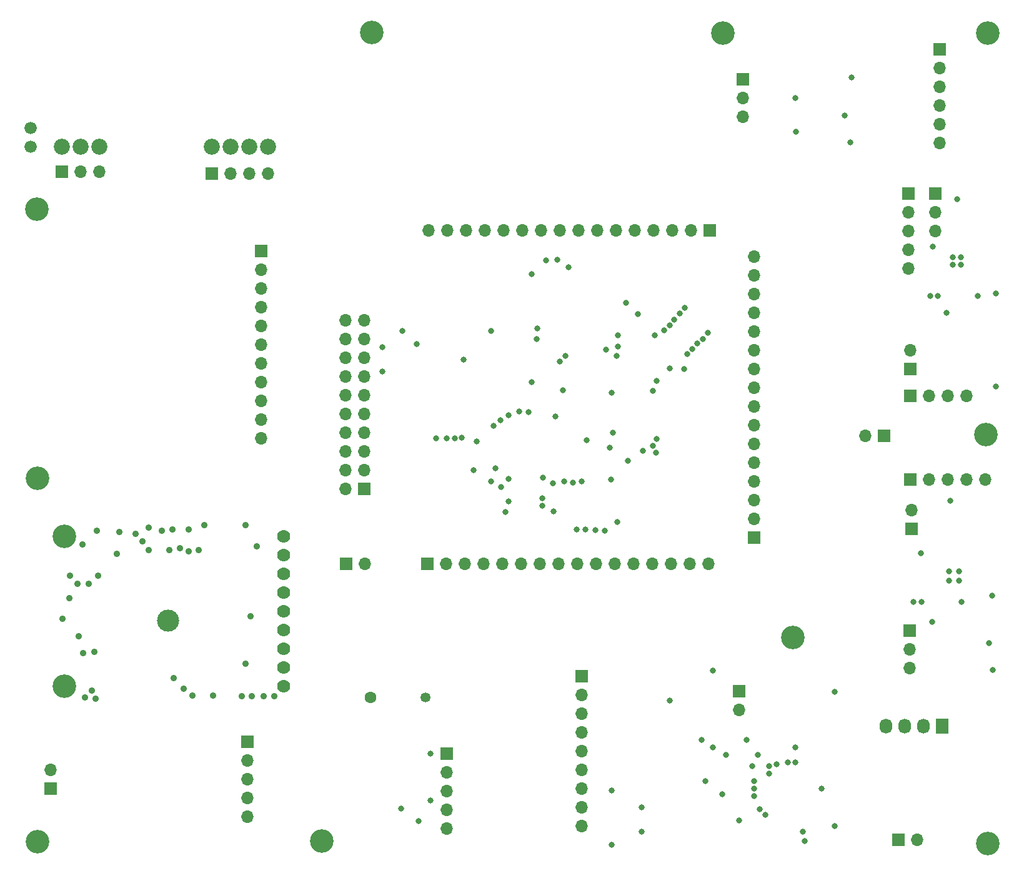
<source format=gbr>
G04 #@! TF.GenerationSoftware,KiCad,Pcbnew,5.0.1-33cea8e~68~ubuntu16.04.1*
G04 #@! TF.CreationDate,2018-10-29T01:45:26-07:00*
G04 #@! TF.ProjectId,integrated-board-design-1,696E74656772617465642D626F617264,rev?*
G04 #@! TF.SameCoordinates,Original*
G04 #@! TF.FileFunction,Copper,L3,Inr,Plane*
G04 #@! TF.FilePolarity,Positive*
%FSLAX46Y46*%
G04 Gerber Fmt 4.6, Leading zero omitted, Abs format (unit mm)*
G04 Created by KiCad (PCBNEW 5.0.1-33cea8e~68~ubuntu16.04.1) date Mon 29 Oct 2018 01:45:26 AM PDT*
%MOMM*%
%LPD*%
G01*
G04 APERTURE LIST*
G04 #@! TA.AperFunction,WasherPad*
%ADD10C,3.000000*%
G04 #@! TD*
G04 #@! TA.AperFunction,ViaPad*
%ADD11C,2.184400*%
G04 #@! TD*
G04 #@! TA.AperFunction,ViaPad*
%ADD12R,1.730000X2.030000*%
G04 #@! TD*
G04 #@! TA.AperFunction,ViaPad*
%ADD13O,1.730000X2.030000*%
G04 #@! TD*
G04 #@! TA.AperFunction,ViaPad*
%ADD14C,3.200000*%
G04 #@! TD*
G04 #@! TA.AperFunction,ViaPad*
%ADD15R,1.700000X1.700000*%
G04 #@! TD*
G04 #@! TA.AperFunction,ViaPad*
%ADD16O,1.700000X1.700000*%
G04 #@! TD*
G04 #@! TA.AperFunction,WasherPad*
%ADD17C,1.350000*%
G04 #@! TD*
G04 #@! TA.AperFunction,WasherPad*
%ADD18C,1.600000*%
G04 #@! TD*
G04 #@! TA.AperFunction,ViaPad*
%ADD19C,1.778000*%
G04 #@! TD*
G04 #@! TA.AperFunction,ViaPad*
%ADD20C,0.800000*%
G04 #@! TD*
G04 #@! TA.AperFunction,ViaPad*
%ADD21C,0.906400*%
G04 #@! TD*
G04 #@! TA.AperFunction,ViaPad*
%ADD22C,1.676400*%
G04 #@! TD*
G04 APERTURE END LIST*
D10*
G04 #@! TO.N,*
G04 #@! TO.C,U1*
X78551015Y-109964309D03*
G04 #@! TD*
D11*
G04 #@! TO.N,GND*
G04 #@! TO.C,U$2*
X64143410Y-45694861D03*
X89543410Y-45694861D03*
G04 #@! TO.N,VCC*
X87003410Y-45694861D03*
G04 #@! TO.N,/D4*
X84463410Y-45694861D03*
G04 #@! TO.N,/D3*
X92083410Y-45694861D03*
G04 #@! TO.N,GND*
X69223410Y-45694861D03*
G04 #@! TO.N,PB4*
X66683410Y-45694861D03*
G04 #@! TD*
D12*
G04 #@! TO.N,/CSB*
G04 #@! TO.C,*
X183479203Y-124248068D03*
D13*
G04 #@! TO.N,/SDO*
X180939203Y-124248068D03*
G04 #@! TO.N,/SDI*
X178399203Y-124248068D03*
G04 #@! TO.N,/SCLK*
X175859203Y-124248068D03*
G04 #@! TD*
D14*
G04 #@! TO.N,N/C*
G04 #@! TO.C,U$8*
X60875000Y-139950000D03*
G04 #@! TD*
G04 #@! TO.N,N/C*
G04 #@! TO.C,U$8*
X60900000Y-90650000D03*
G04 #@! TD*
G04 #@! TO.N,N/C*
G04 #@! TO.C,U$8*
X153775000Y-30275000D03*
G04 #@! TD*
G04 #@! TO.N,N/C*
G04 #@! TO.C,U$8*
X106175000Y-30200000D03*
G04 #@! TD*
G04 #@! TO.N,N/C*
G04 #@! TO.C,U$8*
X99350000Y-139800000D03*
G04 #@! TD*
G04 #@! TO.N,N/C*
G04 #@! TO.C,U$8*
X189350000Y-84750000D03*
G04 #@! TD*
G04 #@! TO.N,N/C*
G04 #@! TO.C,U$9*
X163250000Y-112200000D03*
G04 #@! TD*
G04 #@! TO.N,N/C*
G04 #@! TO.C,U$9*
X60750000Y-54175000D03*
G04 #@! TD*
G04 #@! TO.N,N/C*
G04 #@! TO.C,U$9*
X189625000Y-30275000D03*
G04 #@! TD*
G04 #@! TO.N,N/C*
G04 #@! TO.C,U$8*
X189675000Y-140150000D03*
G04 #@! TD*
D15*
G04 #@! TO.N,Net-(J2-Pad1)*
G04 #@! TO.C,J9*
X91146480Y-59844400D03*
D16*
G04 #@! TO.N,Net-(J2-Pad2)*
X91146480Y-62384400D03*
G04 #@! TO.N,Net-(J2-Pad3)*
X91146480Y-64924400D03*
G04 #@! TO.N,Net-(J2-Pad4)*
X91146480Y-67464400D03*
G04 #@! TO.N,Net-(J2-Pad5)*
X91146480Y-70004400D03*
G04 #@! TO.N,Net-(J2-Pad6)*
X91146480Y-72544400D03*
G04 #@! TO.N,Net-(J2-Pad7)*
X91146480Y-75084400D03*
G04 #@! TO.N,Net-(J2-Pad8)*
X91146480Y-77624400D03*
G04 #@! TO.N,Net-(J2-Pad10)*
X91146480Y-80164400D03*
G04 #@! TO.N,Net-(J2-Pad9)*
X91146480Y-82704400D03*
G04 #@! TO.N,Net-(J2-Pad11)*
X91146480Y-85244400D03*
G04 #@! TD*
D15*
G04 #@! TO.N,Net-(C16-Pad2)*
G04 #@! TO.C,J10*
X179297020Y-97477940D03*
D16*
G04 #@! TO.N,Net-(C21-Pad1)*
X179297020Y-94937940D03*
G04 #@! TD*
D15*
G04 #@! TO.N,Net-(C16-Pad1)*
G04 #@! TO.C,J7*
X175600000Y-84875000D03*
D16*
G04 #@! TO.N,Net-(C16-Pad2)*
X173060000Y-84875000D03*
G04 #@! TD*
D15*
G04 #@! TO.N,Net-(C16-Pad2)*
G04 #@! TO.C,J8*
X179175000Y-75825000D03*
D16*
G04 #@! TO.N,Net-(C18-Pad1)*
X179175000Y-73285000D03*
G04 #@! TD*
D15*
G04 #@! TO.N,Net-(C16-Pad2)*
G04 #@! TO.C,J13*
X179175000Y-79475000D03*
D16*
X181715000Y-79475000D03*
X184255000Y-79475000D03*
X186795000Y-79475000D03*
G04 #@! TD*
D15*
G04 #@! TO.N,Net-(C21-Pad1)*
G04 #@! TO.C,J14*
X179124300Y-90802820D03*
D16*
X181664300Y-90802820D03*
X184204300Y-90802820D03*
X186744300Y-90802820D03*
X189284300Y-90802820D03*
G04 #@! TD*
D15*
G04 #@! TO.N,Net-(C16-Pad2)*
G04 #@! TO.C,J12*
X179050640Y-111282840D03*
D16*
X179050640Y-113822840D03*
X179050640Y-116362840D03*
G04 #@! TD*
D15*
G04 #@! TO.N,+3V3*
G04 #@! TO.C,*
X177519203Y-139648068D03*
D16*
G04 #@! TO.N,GND*
X180059203Y-139648068D03*
G04 #@! TD*
G04 #@! TO.N,GND*
G04 #@! TO.C,JP2*
X116300080Y-138129560D03*
G04 #@! TO.N,VCC*
X116300080Y-135589560D03*
G04 #@! TO.N,/SDA*
X116300080Y-133049560D03*
G04 #@! TO.N,/SCL*
X116300080Y-130509560D03*
D15*
G04 #@! TO.N,/SQW*
X116300080Y-127969560D03*
G04 #@! TD*
D17*
G04 #@! TO.N,*
G04 #@! TO.C,B1*
X113450080Y-120349560D03*
D18*
X106000080Y-120349560D03*
G04 #@! TD*
D15*
G04 #@! TO.N,Net-(C1-Pad2)*
G04 #@! TO.C,J2*
X155983300Y-119549160D03*
D16*
G04 #@! TO.N,Net-(C1-Pad1)*
X155983300Y-122089160D03*
G04 #@! TD*
D15*
G04 #@! TO.N,Net-(J1-Pad1)*
G04 #@! TO.C,J1*
X134648301Y-117514161D03*
D16*
G04 #@! TO.N,Net-(J1-Pad2)*
X134648301Y-120054161D03*
G04 #@! TO.N,Net-(D2-Pad1)*
X134648301Y-122594161D03*
G04 #@! TO.N,Net-(D1-Pad1)*
X134648301Y-125134161D03*
G04 #@! TO.N,Net-(J1-Pad5)*
X134648301Y-127674161D03*
G04 #@! TO.N,Net-(J1-Pad6)*
X134648301Y-130214161D03*
G04 #@! TO.N,Net-(J1-Pad7)*
X134648301Y-132754161D03*
G04 #@! TO.N,Net-(J1-Pad8)*
X134648301Y-135294161D03*
G04 #@! TO.N,Net-(J1-Pad9)*
X134648301Y-137834161D03*
G04 #@! TD*
D15*
G04 #@! TO.N,GND*
G04 #@! TO.C,J1*
X156441000Y-36518000D03*
D16*
G04 #@! TO.N,VDD*
X156441000Y-39058000D03*
G04 #@! TO.N,VDDIO*
X156441000Y-41598000D03*
G04 #@! TD*
D15*
G04 #@! TO.N,INT*
G04 #@! TO.C,J2*
X183111000Y-32454000D03*
D16*
G04 #@! TO.N,FSYNC*
X183111000Y-34994000D03*
G04 #@! TO.N,nCS*
X183111000Y-37534000D03*
G04 #@! TO.N,SCL*
X183111000Y-40074000D03*
G04 #@! TO.N,SDA*
X183111000Y-42614000D03*
G04 #@! TO.N,AD0*
X183111000Y-45154000D03*
G04 #@! TD*
D15*
G04 #@! TO.N,GND*
G04 #@! TO.C,REF\002A\002A*
X64125000Y-49050000D03*
D16*
G04 #@! TO.N,PB4*
X66665000Y-49050000D03*
G04 #@! TO.N,GND*
X69205000Y-49050000D03*
G04 #@! TD*
D15*
G04 #@! TO.N,/D4*
G04 #@! TO.C,REF\002A\002A*
X84500000Y-49350000D03*
D16*
G04 #@! TO.N,VCC*
X87040000Y-49350000D03*
G04 #@! TO.N,GND*
X89580000Y-49350000D03*
G04 #@! TO.N,/D3*
X92120000Y-49350000D03*
G04 #@! TD*
G04 #@! TO.N,Net-(C18-Pad1)*
G04 #@! TO.C,J20*
X182500000Y-57080000D03*
X182500000Y-54540000D03*
D15*
X182500000Y-52000000D03*
G04 #@! TD*
D16*
G04 #@! TO.N,Net-(C18-Pad1)*
G04 #@! TO.C,J21*
X178850000Y-62160000D03*
X178850000Y-59620000D03*
X178850000Y-57080000D03*
X178850000Y-54540000D03*
D15*
X178850000Y-52000000D03*
G04 #@! TD*
D14*
G04 #@! TO.N,N/C*
G04 #@! TO.C,U$8*
X64527015Y-118816309D03*
G04 #@! TD*
G04 #@! TO.N,N/C*
G04 #@! TO.C,U$9*
X64527015Y-98496309D03*
G04 #@! TD*
D19*
G04 #@! TO.N,3.3V*
G04 #@! TO.C,JP1*
X94245015Y-118816309D03*
G04 #@! TO.N,/ENABLE*
X94245015Y-116276309D03*
G04 #@! TO.N,/VBACKUP*
X94245015Y-113736309D03*
G04 #@! TO.N,/FIX*
X94245015Y-111196309D03*
G04 #@! TO.N,/TX*
X94245015Y-108656309D03*
G04 #@! TO.N,/RX*
X94245015Y-106116309D03*
G04 #@! TO.N,GND*
X94245015Y-103576309D03*
G04 #@! TO.N,VIN*
X94245015Y-101036309D03*
G04 #@! TO.N,/1PPS*
X94245015Y-98496309D03*
G04 #@! TD*
D15*
G04 #@! TO.N,Net-(J1-Pad1)*
G04 #@! TO.C,J1*
X62600000Y-132705000D03*
D16*
G04 #@! TO.N,Net-(J1-Pad2)*
X62600000Y-130165000D03*
G04 #@! TD*
D15*
G04 #@! TO.N,+3V3*
G04 #@! TO.C,J2*
X89270000Y-126355000D03*
D16*
G04 #@! TO.N,Net-(C2-Pad2)*
X89270000Y-128895000D03*
G04 #@! TO.N,Net-(J2-Pad3)*
X89270000Y-131435000D03*
G04 #@! TO.N,Net-(J2-Pad4)*
X89270000Y-133975000D03*
G04 #@! TO.N,Net-(J2-Pad5)*
X89270000Y-136515000D03*
G04 #@! TD*
D15*
G04 #@! TO.N,+3V3*
G04 #@! TO.C,J1*
X105123120Y-92098520D03*
D16*
X102583120Y-92098520D03*
G04 #@! TO.N,PB4*
X105123120Y-89558520D03*
G04 #@! TO.N,GND*
X102583120Y-89558520D03*
G04 #@! TO.N,PA15*
X105123120Y-87018520D03*
G04 #@! TO.N,GND*
X102583120Y-87018520D03*
G04 #@! TO.N,PA13*
X105123120Y-84478520D03*
G04 #@! TO.N,GND*
X102583120Y-84478520D03*
G04 #@! TO.N,PA14*
X105123120Y-81938520D03*
G04 #@! TO.N,GND*
X102583120Y-81938520D03*
G04 #@! TO.N,Net-(10k1-Pad2)*
X105123120Y-79398520D03*
G04 #@! TO.N,GND*
X102583120Y-79398520D03*
G04 #@! TO.N,PB3*
X105123120Y-76858520D03*
G04 #@! TO.N,GND*
X102583120Y-76858520D03*
G04 #@! TO.N,RST*
X105123120Y-74318520D03*
G04 #@! TO.N,GND*
X102583120Y-74318520D03*
G04 #@! TO.N,Net-(10k3-Pad2)*
X105123120Y-71778520D03*
G04 #@! TO.N,GND*
X102583120Y-71778520D03*
G04 #@! TO.N,Net-(10k2-Pad2)*
X105123120Y-69238520D03*
G04 #@! TO.N,GND*
X102583120Y-69238520D03*
G04 #@! TD*
D15*
G04 #@! TO.N,PA0*
G04 #@! TO.C,J3*
X157950040Y-98687280D03*
D16*
G04 #@! TO.N,PA1*
X157950040Y-96147280D03*
G04 #@! TO.N,PA2*
X157950040Y-93607280D03*
G04 #@! TO.N,PA3*
X157950040Y-91067280D03*
G04 #@! TO.N,PA4*
X157950040Y-88527280D03*
G04 #@! TO.N,PA5*
X157950040Y-85987280D03*
G04 #@! TO.N,PA6*
X157950040Y-83447280D03*
G04 #@! TO.N,PA7*
X157950040Y-80907280D03*
G04 #@! TO.N,PA8*
X157950040Y-78367280D03*
G04 #@! TO.N,PA9*
X157950040Y-75827280D03*
G04 #@! TO.N,PA10*
X157950040Y-73287280D03*
G04 #@! TO.N,PA11*
X157950040Y-70747280D03*
G04 #@! TO.N,PA12*
X157950040Y-68207280D03*
G04 #@! TO.N,PA13*
X157950040Y-65667280D03*
G04 #@! TO.N,PA14*
X157950040Y-63127280D03*
G04 #@! TO.N,PA15*
X157950040Y-60587280D03*
G04 #@! TD*
D15*
G04 #@! TO.N,PB0*
G04 #@! TO.C,J4*
X151965800Y-57016040D03*
D16*
G04 #@! TO.N,PB1*
X149425800Y-57016040D03*
G04 #@! TO.N,PB2*
X146885800Y-57016040D03*
G04 #@! TO.N,PB3*
X144345800Y-57016040D03*
G04 #@! TO.N,PB4*
X141805800Y-57016040D03*
G04 #@! TO.N,PB5*
X139265800Y-57016040D03*
G04 #@! TO.N,PB6*
X136725800Y-57016040D03*
G04 #@! TO.N,PB7*
X134185800Y-57016040D03*
G04 #@! TO.N,PB8*
X131645800Y-57016040D03*
G04 #@! TO.N,PB9*
X129105800Y-57016040D03*
G04 #@! TO.N,PB10*
X126565800Y-57016040D03*
G04 #@! TO.N,PB11*
X124025800Y-57016040D03*
G04 #@! TO.N,PB12*
X121485800Y-57016040D03*
G04 #@! TO.N,PB13*
X118945800Y-57016040D03*
G04 #@! TO.N,PB14*
X116405800Y-57016040D03*
G04 #@! TO.N,PB15*
X113865800Y-57016040D03*
G04 #@! TD*
D15*
G04 #@! TO.N,PC0*
G04 #@! TO.C,J5*
X113672760Y-102238200D03*
D16*
G04 #@! TO.N,PC1*
X116212760Y-102238200D03*
G04 #@! TO.N,PC2*
X118752760Y-102238200D03*
G04 #@! TO.N,PC3*
X121292760Y-102238200D03*
G04 #@! TO.N,PC4*
X123832760Y-102238200D03*
G04 #@! TO.N,PC5*
X126372760Y-102238200D03*
G04 #@! TO.N,PC6*
X128912760Y-102238200D03*
G04 #@! TO.N,PC7*
X131452760Y-102238200D03*
G04 #@! TO.N,PC8*
X133992760Y-102238200D03*
G04 #@! TO.N,PC9*
X136532760Y-102238200D03*
G04 #@! TO.N,PC10*
X139072760Y-102238200D03*
G04 #@! TO.N,PC11*
X141612760Y-102238200D03*
G04 #@! TO.N,PC12*
X144152760Y-102238200D03*
G04 #@! TO.N,PC13*
X146692760Y-102238200D03*
G04 #@! TO.N,Net-(J5-Pad15)*
X149232760Y-102238200D03*
G04 #@! TO.N,PD2*
X151772760Y-102238200D03*
G04 #@! TD*
D15*
G04 #@! TO.N,GND*
G04 #@! TO.C,J6*
X102684720Y-102222960D03*
D16*
G04 #@! TO.N,+3V3*
X105224720Y-102222960D03*
G04 #@! TD*
D20*
G04 #@! TO.N,*
X110340000Y-70675014D03*
X107565000Y-76200000D03*
G04 #@! TO.N,GND*
X171173000Y-36264000D03*
X163650000Y-43650000D03*
X171000000Y-45075000D03*
D21*
X83450015Y-96972309D03*
X82728415Y-100357409D03*
X89038015Y-115768309D03*
X91528415Y-120157409D03*
X80656015Y-119197309D03*
X88540000Y-120230000D03*
X67328415Y-120357409D03*
X68728415Y-120557409D03*
X78728415Y-100357409D03*
X75928415Y-97357409D03*
X89928415Y-120157409D03*
X79128415Y-97557409D03*
X74128415Y-98157409D03*
X68250000Y-119420000D03*
X68928415Y-97757409D03*
X92928415Y-120157409D03*
X81328415Y-97557409D03*
X75128415Y-99157409D03*
X67829015Y-104973309D03*
X69099015Y-103893809D03*
X65289015Y-103830309D03*
X68550000Y-114150000D03*
X66432015Y-112085309D03*
X67067015Y-114371309D03*
X65162015Y-106878309D03*
X64273015Y-109735809D03*
X66305015Y-104973309D03*
X66940015Y-99639309D03*
X71639015Y-100909309D03*
X77728415Y-97757409D03*
X71928415Y-97957409D03*
D22*
X59927010Y-45669461D03*
D20*
X144740000Y-77400000D03*
X122340000Y-70675000D03*
X118615000Y-74525000D03*
X114839986Y-85225000D03*
X119940000Y-89549986D03*
X123675129Y-91858324D03*
X122340000Y-91049998D03*
X124240000Y-95199999D03*
X132040000Y-78700002D03*
X138840000Y-84500000D03*
X138440000Y-86500000D03*
X131069106Y-82254106D03*
X135265170Y-85500149D03*
X130815000Y-95125000D03*
X148490000Y-75860000D03*
X138677867Y-79088821D03*
X128560000Y-70310000D03*
X139440000Y-96610000D03*
G04 #@! TO.N,+3V3*
X140851577Y-88246190D03*
X127840000Y-62975000D03*
X144265000Y-78828600D03*
X122915000Y-89275000D03*
X124664913Y-93795536D03*
X124664913Y-90700000D03*
X146586080Y-75739996D03*
X132790000Y-62040000D03*
X128480000Y-71750000D03*
X144500000Y-71240000D03*
G04 #@! TO.N,RST*
X127390000Y-81663850D03*
D22*
G04 #@! TO.N,PB4*
X59927010Y-43129461D03*
D20*
X112276489Y-72424979D03*
X140622160Y-66866176D03*
G04 #@! TO.N,PB3*
X107599759Y-72874990D03*
X142220000Y-68380000D03*
G04 #@! TO.N,PA1*
X129315000Y-94400000D03*
G04 #@! TO.N,PA2*
X129265000Y-93375000D03*
G04 #@! TO.N,PA3*
X129340168Y-90550157D03*
G04 #@! TO.N,PA4*
X130691882Y-91325179D03*
G04 #@! TO.N,PA5*
X132265000Y-91099976D03*
G04 #@! TO.N,PA6*
X133440000Y-91200000D03*
G04 #@! TO.N,PA7*
X134587491Y-91070965D03*
G04 #@! TO.N,PB0*
X133914996Y-97625010D03*
G04 #@! TO.N,PB1*
X135091446Y-97625010D03*
G04 #@! TO.N,PB2*
X136465023Y-97650023D03*
G04 #@! TO.N,PB8*
X131320000Y-61020000D03*
X132430000Y-74080000D03*
G04 #@! TO.N,PB9*
X129789998Y-61140000D03*
X131678310Y-74807960D03*
G04 #@! TO.N,PB10*
X137740000Y-97725000D03*
G04 #@! TO.N,PB12*
X142920252Y-86934867D03*
X151041901Y-71725489D03*
X147910000Y-68330000D03*
G04 #@! TO.N,PB13*
X144661006Y-87148778D03*
X150277977Y-72370813D03*
X147170000Y-69110000D03*
G04 #@! TO.N,PB14*
X144275833Y-86225921D03*
X149578593Y-73085576D03*
X146527558Y-69876350D03*
G04 #@! TO.N,PB15*
X144765000Y-85349998D03*
X148898492Y-73818711D03*
X145784151Y-70545207D03*
G04 #@! TO.N,PC0*
X116339984Y-85225000D03*
X126140000Y-81625000D03*
G04 #@! TO.N,PC1*
X117390728Y-85213447D03*
X124740000Y-82100000D03*
G04 #@! TO.N,PC2*
X118390000Y-85175000D03*
X123640000Y-82775000D03*
G04 #@! TO.N,PC3*
X120365000Y-85675000D03*
X122665000Y-83550000D03*
G04 #@! TO.N,PC10*
X139353807Y-74078517D03*
G04 #@! TO.N,PC11*
X139530000Y-72790000D03*
G04 #@! TO.N,PC12*
X137900000Y-73200000D03*
G04 #@! TO.N,PC13*
X127815000Y-77625000D03*
G04 #@! TO.N,PD2*
X139490000Y-71280000D03*
G04 #@! TO.N,PB11*
X138559698Y-90813296D03*
X151740000Y-70960001D03*
X148560000Y-67540000D03*
G04 #@! TO.N,Net-(C16-Pad1)*
X186106760Y-107399180D03*
X188250000Y-65950000D03*
X184050000Y-68200000D03*
X182075780Y-110129680D03*
G04 #@! TO.N,Net-(C16-Pad2)*
X190249500Y-106535580D03*
X190346020Y-116672720D03*
X184582760Y-93685720D03*
X185500000Y-52775000D03*
X190775000Y-78200000D03*
X190750000Y-65600000D03*
X182200000Y-59225000D03*
X180600000Y-100800000D03*
G04 #@! TO.N,Net-(C17-Pad1)*
X182875000Y-65950000D03*
X181850000Y-65950000D03*
X186025000Y-61700000D03*
X184875000Y-61700000D03*
X184875000Y-60650000D03*
X185975000Y-60675000D03*
G04 #@! TO.N,Net-(C20-Pad1)*
X180666080Y-107427120D03*
X179575000Y-107425000D03*
X185750000Y-104550000D03*
X185750000Y-103250000D03*
X184400000Y-103250000D03*
X184400000Y-104550000D03*
G04 #@! TO.N,Net-(C21-Pad1)*
X189850000Y-113000000D03*
G04 #@! TO.N,Net-(C1-Pad1)*
X114080080Y-128019560D03*
X114080080Y-134369560D03*
X158777300Y-135551160D03*
X158015300Y-133773160D03*
X158015300Y-132757160D03*
X158015300Y-131741160D03*
X155983300Y-137075160D03*
X159539286Y-136313160D03*
G04 #@! TO.N,VCC*
X112480000Y-137130000D03*
X110150000Y-135410000D03*
G04 #@! TO.N,Net-(D1-Pad2)*
X152427300Y-116755160D03*
X167159300Y-132757160D03*
G04 #@! TO.N,Net-(D2-Pad2)*
X146585300Y-120819160D03*
X152427300Y-127169160D03*
X163603300Y-129201160D03*
X163603300Y-127169160D03*
G04 #@! TO.N,Net-(J1-Pad1)*
X150903300Y-126153160D03*
X160047300Y-130725160D03*
X156999300Y-126153160D03*
G04 #@! TO.N,Net-(J1-Pad2)*
X158523300Y-128185160D03*
X162587300Y-129201160D03*
X154205300Y-128185160D03*
G04 #@! TO.N,Net-(J1-Pad5)*
X164873300Y-139869160D03*
X151411300Y-131741160D03*
G04 #@! TO.N,Net-(J1-Pad6)*
X164619300Y-138599160D03*
X153697300Y-133519160D03*
G04 #@! TO.N,Net-(J1-Pad7)*
X138711300Y-133011160D03*
X138711300Y-140377160D03*
G04 #@! TO.N,Net-(J1-Pad8)*
X142775300Y-135297160D03*
X142775300Y-138599160D03*
G04 #@! TO.N,Net-(R2-Pad2)*
X168914300Y-137814160D03*
X161063300Y-129455160D03*
G04 #@! TO.N,Net-(R3-Pad2)*
X160047300Y-129709160D03*
X157761300Y-129709160D03*
G04 #@! TO.N,Net-(C1-Pad2)*
X168914300Y-119572160D03*
D21*
G04 #@! TO.N,3.3V*
X89038015Y-96972309D03*
X75928415Y-100357409D03*
X81328415Y-100557409D03*
G04 #@! TO.N,VIN*
X90562015Y-99893309D03*
G04 #@! TO.N,/1PPS*
X80128415Y-100157409D03*
G04 #@! TO.N,/FIX*
X89728415Y-109357409D03*
X79328415Y-117757409D03*
G04 #@! TO.N,/VBACKUP*
X84656515Y-120149809D03*
G04 #@! TO.N,Net-(B1-Pad+$1)*
X81862515Y-120149809D03*
D20*
G04 #@! TO.N,VDD*
X170275000Y-41425000D03*
X163575000Y-39050000D03*
G04 #@! TD*
M02*

</source>
